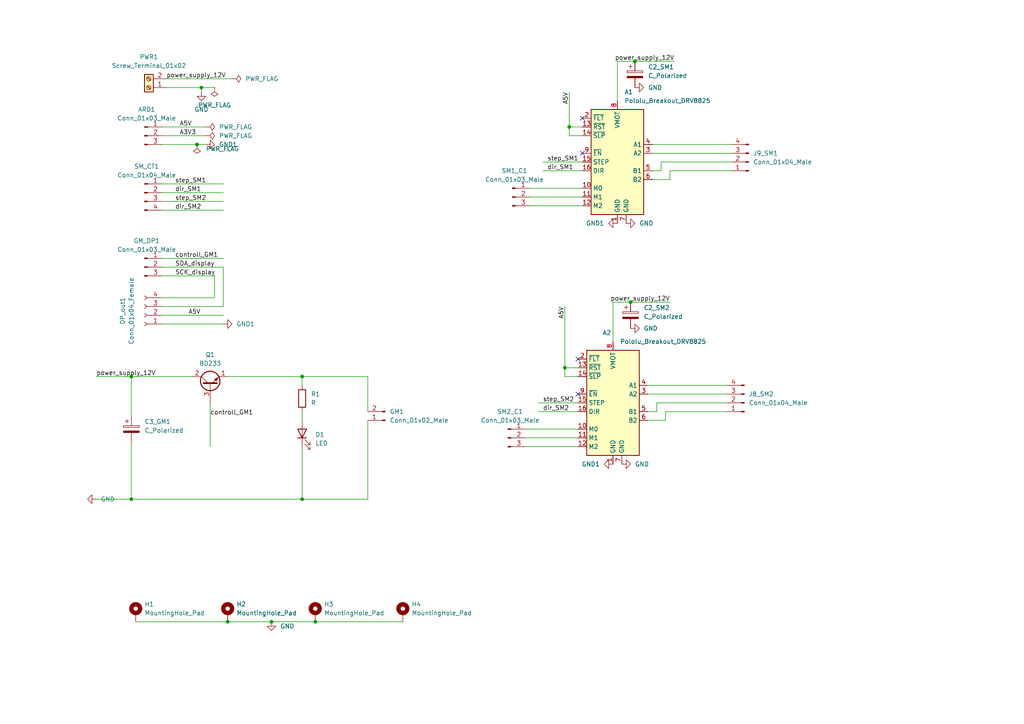
<source format=kicad_sch>
(kicad_sch (version 20211123) (generator eeschema)
  (paper "A4")
  (lib_symbols
    (symbol "Connector:Conn_01x02_Male" (pin_names (offset 1.016) hide)
      (property "Reference" "J" (at 0 2.54 0))
      (property "Value" "Conn_01x02_Male" (at 0 -5.08 0))
      (symbol "Conn_01x02_Male_1_1"
        (polyline (pts (xy 1.27 -2.54) (xy 0.8636 -2.54)) (stroke (width 0.1524)))
        (polyline (pts (xy 1.27 0) (xy 0.8636 0)) (stroke (width 0.1524)))
        (rectangle (start 0.8636 -2.413) (end 0 -2.667) (stroke (width 0.1524)) (fill (type outline)))
        (rectangle (start 0.8636 0.127) (end 0 -0.127) (stroke (width 0.1524)) (fill (type outline)))
        (pin passive line (at 5.08 0 180) (length 3.81) (name "Pin_1") (number "1"))
        (pin passive line (at 5.08 -2.54 180) (length 3.81) (name "Pin_2") (number "2"))
      )
    )
    (symbol "Connector:Conn_01x03_Male" (pin_names (offset 1.016) hide)
      (property "Reference" "J" (at 0 5.08 0))
      (property "Value" "Conn_01x03_Male" (at 0 -5.08 0))
      (symbol "Conn_01x03_Male_1_1"
        (polyline (pts (xy 1.27 -2.54) (xy 0.8636 -2.54)) (stroke (width 0.1524)))
        (polyline (pts (xy 1.27 0) (xy 0.8636 0)) (stroke (width 0.1524)))
        (polyline (pts (xy 1.27 2.54) (xy 0.8636 2.54)) (stroke (width 0.1524)))
        (rectangle (start 0.8636 -2.413) (end 0 -2.667) (stroke (width 0.1524)) (fill (type outline)))
        (rectangle (start 0.8636 0.127) (end 0 -0.127) (stroke (width 0.1524)) (fill (type outline)))
        (rectangle (start 0.8636 2.667) (end 0 2.413) (stroke (width 0.1524)) (fill (type outline)))
        (pin passive line (at 5.08 2.54 180) (length 3.81) (name "Pin_1") (number "1"))
        (pin passive line (at 5.08 0 180) (length 3.81) (name "Pin_2") (number "2"))
        (pin passive line (at 5.08 -2.54 180) (length 3.81) (name "Pin_3") (number "3"))
      )
    )
    (symbol "Connector:Conn_01x04_Female" (pin_names (offset 1.016) hide)
      (property "Reference" "J" (at 0 5.08 0))
      (property "Value" "Conn_01x04_Female" (at 0 -7.62 0))
      (symbol "Conn_01x04_Female_1_1"
        (arc (start 0 -4.572) (mid -0.508 -5.08) (end 0 -5.588) (stroke (width 0.1524)))
        (arc (start 0 -2.032) (mid -0.508 -2.54) (end 0 -3.048) (stroke (width 0.1524)))
        (polyline (pts (xy -1.27 -5.08) (xy -0.508 -5.08)) (stroke (width 0.1524)))
        (polyline (pts (xy -1.27 -2.54) (xy -0.508 -2.54)) (stroke (width 0.1524)))
        (polyline (pts (xy -1.27 0) (xy -0.508 0)) (stroke (width 0.1524)))
        (polyline (pts (xy -1.27 2.54) (xy -0.508 2.54)) (stroke (width 0.1524)))
        (arc (start 0 0.508) (mid -0.508 0) (end 0 -0.508) (stroke (width 0.1524)))
        (arc (start 0 3.048) (mid -0.508 2.54) (end 0 2.032) (stroke (width 0.1524)))
        (pin passive line (at -5.08 2.54 0) (length 3.81) (name "Pin_1") (number "1"))
        (pin passive line (at -5.08 0 0) (length 3.81) (name "Pin_2") (number "2"))
        (pin passive line (at -5.08 -2.54 0) (length 3.81) (name "Pin_3") (number "3"))
        (pin passive line (at -5.08 -5.08 0) (length 3.81) (name "Pin_4") (number "4"))
      )
    )
    (symbol "Connector:Conn_01x04_Male" (pin_names (offset 1.016) hide)
      (property "Reference" "J" (at 0 5.08 0))
      (property "Value" "Conn_01x04_Male" (at 0 -7.62 0))
      (symbol "Conn_01x04_Male_1_1"
        (polyline (pts (xy 1.27 -5.08) (xy 0.8636 -5.08)) (stroke (width 0.1524)))
        (polyline (pts (xy 1.27 -2.54) (xy 0.8636 -2.54)) (stroke (width 0.1524)))
        (polyline (pts (xy 1.27 0) (xy 0.8636 0)) (stroke (width 0.1524)))
        (polyline (pts (xy 1.27 2.54) (xy 0.8636 2.54)) (stroke (width 0.1524)))
        (rectangle (start 0.8636 -4.953) (end 0 -5.207) (stroke (width 0.1524)) (fill (type outline)))
        (rectangle (start 0.8636 -2.413) (end 0 -2.667) (stroke (width 0.1524)) (fill (type outline)))
        (rectangle (start 0.8636 0.127) (end 0 -0.127) (stroke (width 0.1524)) (fill (type outline)))
        (rectangle (start 0.8636 2.667) (end 0 2.413) (stroke (width 0.1524)) (fill (type outline)))
        (pin passive line (at 5.08 2.54 180) (length 3.81) (name "Pin_1") (number "1"))
        (pin passive line (at 5.08 0 180) (length 3.81) (name "Pin_2") (number "2"))
        (pin passive line (at 5.08 -2.54 180) (length 3.81) (name "Pin_3") (number "3"))
        (pin passive line (at 5.08 -5.08 180) (length 3.81) (name "Pin_4") (number "4"))
      )
    )
    (symbol "Connector:Screw_Terminal_01x02" (pin_names (offset 1.016) hide)
      (property "Reference" "J" (at 0 2.54 0))
      (property "Value" "Screw_Terminal_01x02" (at 0 -5.08 0))
      (symbol "Screw_Terminal_01x02_1_1"
        (rectangle (start -1.27 1.27) (end 1.27 -3.81) (stroke (width 0.254)) (fill (type background)))
        (circle (center 0 -2.54) (radius 0.635) (stroke (width 0.1524)))
        (polyline (pts (xy -0.5334 -2.2098) (xy 0.3302 -3.048)) (stroke (width 0.1524)))
        (polyline (pts (xy -0.5334 0.3302) (xy 0.3302 -0.508)) (stroke (width 0.1524)))
        (polyline (pts (xy -0.3556 -2.032) (xy 0.508 -2.8702)) (stroke (width 0.1524)))
        (polyline (pts (xy -0.3556 0.508) (xy 0.508 -0.3302)) (stroke (width 0.1524)))
        (circle (center 0 0) (radius 0.635) (stroke (width 0.1524)))
        (pin passive line (at -5.08 0 0) (length 3.81) (name "Pin_1") (number "1"))
        (pin passive line (at -5.08 -2.54 0) (length 3.81) (name "Pin_2") (number "2"))
      )
    )
    (symbol "Device:C_Polarized" (pin_numbers hide) (pin_names (offset 0.254))
      (property "Reference" "C" (at 0.635 2.54 0))
      (property "Value" "C_Polarized" (at 0.635 -2.54 0))
      (symbol "C_Polarized_0_1"
        (rectangle (start -2.286 0.508) (end 2.286 1.016))
        (polyline (pts (xy -1.778 2.286) (xy -0.762 2.286)))
        (polyline (pts (xy -1.27 2.794) (xy -1.27 1.778)))
        (rectangle (start 2.286 -0.508) (end -2.286 -1.016) (fill (type outline)))
      )
      (symbol "C_Polarized_1_1"
        (pin passive line (at 0 3.81 270) (length 2.794) (name "~") (number "1"))
        (pin passive line (at 0 -3.81 90) (length 2.794) (name "~") (number "2"))
      )
    )
    (symbol "Device:LED" (pin_numbers hide) (pin_names (offset 1.016) hide)
      (property "Reference" "D" (at 0 2.54 0))
      (property "Value" "LED" (at 0 -2.54 0))
      (symbol "LED_0_1"
        (polyline (pts (xy -1.27 -1.27) (xy -1.27 1.27)) (stroke (width 0.254)))
        (polyline (pts (xy -1.27 0) (xy 1.27 0)))
        (polyline (pts (xy 1.27 -1.27) (xy 1.27 1.27) (xy -1.27 0) (xy 1.27 -1.27)) (stroke (width 0.254)))
        (polyline (pts (xy -3.048 -0.762) (xy -4.572 -2.286) (xy -3.81 -2.286) (xy -4.572 -2.286) (xy -4.572 -1.524)))
        (polyline (pts (xy -1.778 -0.762) (xy -3.302 -2.286) (xy -2.54 -2.286) (xy -3.302 -2.286) (xy -3.302 -1.524)))
      )
      (symbol "LED_1_1"
        (pin passive line (at -3.81 0 0) (length 2.54) (name "K") (number "1"))
        (pin passive line (at 3.81 0 180) (length 2.54) (name "A") (number "2"))
      )
    )
    (symbol "Device:R" (pin_numbers hide) (pin_names (offset 0))
      (property "Reference" "R" (at 2.032 0 90))
      (property "Value" "R" (at 0 0 90))
      (symbol "R_0_1"
        (rectangle (start -1.016 -2.54) (end 1.016 2.54) (stroke (width 0.254)))
      )
      (symbol "R_1_1"
        (pin passive line (at 0 3.81 270) (length 1.27) (name "~") (number "1"))
        (pin passive line (at 0 -3.81 90) (length 1.27) (name "~") (number "2"))
      )
    )
    (symbol "Driver_Motor:Pololu_Breakout_DRV8825"
      (property "Reference" "A" (at -2.54 16.51 0))
      (property "Value" "Pololu_Breakout_DRV8825" (at -2.54 13.97 0))
      (symbol "Pololu_Breakout_DRV8825_0_1"
        (rectangle (start 7.62 -17.78) (end -7.62 12.7) (stroke (width 0.254)) (fill (type background)))
      )
      (symbol "Pololu_Breakout_DRV8825_1_1"
        (pin power_in line (at 0 -20.32 90) (length 2.54) (name "GND") (number "1"))
        (pin input line (at -10.16 -10.16 0) (length 2.54) (name "M0") (number "10"))
        (pin input line (at -10.16 -12.7 0) (length 2.54) (name "M1") (number "11"))
        (pin input line (at -10.16 -15.24 0) (length 2.54) (name "M2") (number "12"))
        (pin input line (at -10.16 7.62 0) (length 2.54) (name "~{RST}") (number "13"))
        (pin input line (at -10.16 5.08 0) (length 2.54) (name "~{SLP}") (number "14"))
        (pin input line (at -10.16 -2.54 0) (length 2.54) (name "STEP") (number "15"))
        (pin input line (at -10.16 -5.08 0) (length 2.54) (name "DIR") (number "16"))
        (pin output line (at -10.16 10.16 0) (length 2.54) (name "~{FLT}") (number "2"))
        (pin output line (at 10.16 0 180) (length 2.54) (name "A2") (number "3"))
        (pin output line (at 10.16 2.54 180) (length 2.54) (name "A1") (number "4"))
        (pin output line (at 10.16 -5.08 180) (length 2.54) (name "B1") (number "5"))
        (pin output line (at 10.16 -7.62 180) (length 2.54) (name "B2") (number "6"))
        (pin power_in line (at 2.54 -20.32 90) (length 2.54) (name "GND") (number "7"))
        (pin power_in line (at 0 15.24 270) (length 2.54) (name "VMOT") (number "8"))
        (pin input line (at -10.16 0 0) (length 2.54) (name "~{EN}") (number "9"))
      )
    )
    (symbol "Mechanical:MountingHole_Pad" (pin_numbers hide) (pin_names (offset 1.016) hide)
      (property "Reference" "H" (at 0 6.35 0))
      (property "Value" "MountingHole_Pad" (at 0 4.445 0))
      (symbol "MountingHole_Pad_0_1"
        (circle (center 0 1.27) (radius 1.27) (stroke (width 1.27)))
      )
      (symbol "MountingHole_Pad_1_1"
        (pin input line (at 0 -2.54 90) (length 2.54) (name "1") (number "1"))
      )
    )
    (symbol "Transistor_BJT:BD233" (pin_names (offset 0) hide)
      (property "Reference" "Q" (at 5.08 1.905 0))
      (property "Value" "BD233" (at 5.08 0 0))
      (symbol "BD233_0_1"
        (polyline (pts (xy 0 0) (xy 0.635 0)))
        (polyline (pts (xy 2.54 -2.54) (xy 0.635 -0.635)))
        (polyline (pts (xy 2.54 2.54) (xy 0.635 0.635)))
        (polyline (pts (xy 0.635 1.905) (xy 0.635 -1.905) (xy 0.635 -1.905)) (stroke (width 0.508)) (fill (type outline)))
        (polyline (pts (xy 1.2446 -1.778) (xy 1.7526 -1.27) (xy 2.286 -2.286) (xy 1.2446 -1.778) (xy 1.2446 -1.778)) (fill (type outline)))
        (circle (center 1.27 0) (radius 2.8194) (stroke (width 0.3048)))
      )
      (symbol "BD233_1_1"
        (pin passive line (at 2.54 -5.08 90) (length 2.54) (name "E") (number "1"))
        (pin passive line (at 2.54 5.08 270) (length 2.54) (name "C") (number "2"))
        (pin input line (at -5.08 0 0) (length 5.08) (name "B") (number "3"))
      )
    )
    (symbol "power:GND" (power) (pin_names (offset 0))
      (property "Value" "GND" (at 0 -3.81 0))
      (symbol "GND_0_1"
        (polyline (pts (xy 0 0) (xy 0 -1.27) (xy 1.27 -1.27) (xy 0 -2.54) (xy -1.27 -1.27) (xy 0 -1.27)))
      )
      (symbol "GND_1_1"
        (pin power_in line (at 0 0 270) (length 0) hide (name "GND") (number "1"))
      )
    )
    (symbol "power:GND1" (power) (pin_names (offset 0))
      (property "Value" "GND1" (at 0 -3.81 0))
      (symbol "GND1_0_1"
        (polyline (pts (xy 0 0) (xy 0 -1.27) (xy 1.27 -1.27) (xy 0 -2.54) (xy -1.27 -1.27) (xy 0 -1.27)))
      )
      (symbol "GND1_1_1"
        (pin power_in line (at 0 0 270) (length 0) hide (name "GND1") (number "1"))
      )
    )
    (symbol "power:PWR_FLAG" (power) (pin_numbers hide) (pin_names (offset 0) hide)
      (property "Value" "PWR_FLAG" (at 0 3.81 0))
      (symbol "PWR_FLAG_0_0"
        (pin power_out line (at 0 0 90) (length 0) (name "pwr") (number "1"))
      )
      (symbol "PWR_FLAG_0_1"
        (polyline (pts (xy 0 0) (xy 0 1.27) (xy -1.016 1.905) (xy 0 2.54) (xy 1.016 1.905) (xy 0 1.27)))
      )
    )
  )
  (junction (at 163.83 106.68))
  (junction (at 58.42 25.4))
  (junction (at 182.88 87.63))
  (junction (at 57.15 41.91))
  (junction (at 38.1 144.78))
  (junction (at 78.74 180.34))
  (junction (at 38.1 109.22))
  (junction (at 184.15 17.78))
  (junction (at 87.63 109.22))
  (junction (at 165.1 36.83))
  (junction (at 87.63 144.78))
  (junction (at 91.44 180.34))
  (junction (at 66.04 180.34))
  (no_connect (at 168.91 44.45))
  (no_connect (at 167.64 114.3))
  (no_connect (at 168.91 34.29))
  (no_connect (at 167.64 104.14))
  (wire (pts (xy 106.68 121.92) (xy 106.68 144.78)))
  (wire (pts (xy 46.99 86.36) (xy 62.23 86.36)))
  (wire (pts (xy 163.83 106.68) (xy 163.83 109.22)))
  (wire (pts (xy 62.23 86.36) (xy 62.23 80.01)))
  (wire (pts (xy 191.77 46.99) (xy 212.09 46.99)))
  (wire (pts (xy 163.83 106.68) (xy 167.64 106.68)))
  (wire (pts (xy 46.99 91.44) (xy 64.77 91.44)))
  (wire (pts (xy 191.77 46.99) (xy 191.77 49.53)))
  (wire (pts (xy 189.23 41.91) (xy 212.09 41.91)))
  (wire (pts (xy 64.77 88.9) (xy 46.99 88.9)))
  (wire (pts (xy 165.1 26.67) (xy 165.1 36.83)))
  (wire (pts (xy 157.48 49.53) (xy 168.91 49.53)))
  (wire (pts (xy 87.63 119.38) (xy 87.63 121.92)))
  (wire (pts (xy 57.15 41.91) (xy 59.69 41.91)))
  (wire (pts (xy 87.63 111.76) (xy 87.63 109.22)))
  (wire (pts (xy 106.68 109.22) (xy 106.68 119.38)))
  (wire (pts (xy 46.99 39.37) (xy 59.69 39.37)))
  (wire (pts (xy 182.88 87.63) (xy 177.8 87.63)))
  (wire (pts (xy 66.04 180.34) (xy 78.74 180.34)))
  (wire (pts (xy 38.1 144.78) (xy 38.1 128.27)))
  (wire (pts (xy 48.26 25.4) (xy 58.42 25.4)))
  (wire (pts (xy 156.21 119.38) (xy 167.64 119.38)))
  (wire (pts (xy 184.15 17.78) (xy 195.58 17.78)))
  (wire (pts (xy 190.5 116.84) (xy 210.82 116.84)))
  (wire (pts (xy 156.21 116.84) (xy 167.64 116.84)))
  (wire (pts (xy 190.5 119.38) (xy 187.96 119.38)))
  (wire (pts (xy 184.15 17.78) (xy 179.07 17.78)))
  (wire (pts (xy 193.04 121.92) (xy 187.96 121.92)))
  (wire (pts (xy 46.99 53.34) (xy 64.77 53.34)))
  (wire (pts (xy 153.67 54.61) (xy 168.91 54.61)))
  (wire (pts (xy 152.4 129.54) (xy 167.64 129.54)))
  (wire (pts (xy 153.67 57.15) (xy 168.91 57.15)))
  (wire (pts (xy 194.31 49.53) (xy 194.31 52.07)))
  (wire (pts (xy 165.1 36.83) (xy 168.91 36.83)))
  (wire (pts (xy 87.63 109.22) (xy 106.68 109.22)))
  (wire (pts (xy 193.04 119.38) (xy 210.82 119.38)))
  (wire (pts (xy 46.99 41.91) (xy 57.15 41.91)))
  (wire (pts (xy 182.88 87.63) (xy 194.31 87.63)))
  (wire (pts (xy 87.63 129.54) (xy 87.63 144.78)))
  (wire (pts (xy 190.5 116.84) (xy 190.5 119.38)))
  (wire (pts (xy 165.1 39.37) (xy 168.91 39.37)))
  (wire (pts (xy 191.77 49.53) (xy 189.23 49.53)))
  (wire (pts (xy 165.1 36.83) (xy 165.1 39.37)))
  (wire (pts (xy 46.99 74.93) (xy 64.77 74.93)))
  (wire (pts (xy 46.99 36.83) (xy 59.69 36.83)))
  (wire (pts (xy 46.99 60.96) (xy 64.77 60.96)))
  (wire (pts (xy 163.83 88.9) (xy 163.83 106.68)))
  (wire (pts (xy 179.07 17.78) (xy 179.07 29.21)))
  (wire (pts (xy 64.77 77.47) (xy 64.77 88.9)))
  (wire (pts (xy 27.94 144.78) (xy 38.1 144.78)))
  (wire (pts (xy 87.63 109.22) (xy 66.04 109.22)))
  (wire (pts (xy 78.74 180.34) (xy 91.44 180.34)))
  (wire (pts (xy 58.42 25.4) (xy 58.42 26.67)))
  (wire (pts (xy 38.1 144.78) (xy 87.63 144.78)))
  (wire (pts (xy 91.44 180.34) (xy 116.84 180.34)))
  (wire (pts (xy 187.96 111.76) (xy 210.82 111.76)))
  (wire (pts (xy 46.99 80.01) (xy 62.23 80.01)))
  (wire (pts (xy 153.67 59.69) (xy 168.91 59.69)))
  (wire (pts (xy 38.1 109.22) (xy 38.1 120.65)))
  (wire (pts (xy 60.96 116.84) (xy 60.96 129.54)))
  (wire (pts (xy 46.99 58.42) (xy 64.77 58.42)))
  (wire (pts (xy 38.1 109.22) (xy 55.88 109.22)))
  (wire (pts (xy 27.94 109.22) (xy 38.1 109.22)))
  (wire (pts (xy 152.4 127) (xy 167.64 127)))
  (wire (pts (xy 48.26 22.86) (xy 67.31 22.86)))
  (wire (pts (xy 177.8 87.63) (xy 177.8 99.06)))
  (wire (pts (xy 189.23 44.45) (xy 212.09 44.45)))
  (wire (pts (xy 163.83 109.22) (xy 167.64 109.22)))
  (wire (pts (xy 194.31 52.07) (xy 189.23 52.07)))
  (wire (pts (xy 187.96 114.3) (xy 210.82 114.3)))
  (wire (pts (xy 58.42 25.4) (xy 62.23 25.4)))
  (wire (pts (xy 46.99 77.47) (xy 64.77 77.47)))
  (wire (pts (xy 46.99 93.98) (xy 64.77 93.98)))
  (wire (pts (xy 152.4 124.46) (xy 167.64 124.46)))
  (wire (pts (xy 157.48 46.99) (xy 168.91 46.99)))
  (wire (pts (xy 194.31 49.53) (xy 212.09 49.53)))
  (wire (pts (xy 106.68 144.78) (xy 87.63 144.78)))
  (wire (pts (xy 46.99 55.88) (xy 64.77 55.88)))
  (wire (pts (xy 39.37 180.34) (xy 66.04 180.34)))
  (wire (pts (xy 193.04 119.38) (xy 193.04 121.92)))
  (label "A5V" (at 165.1 26.67 270))
  (label "A3V3" (at 52.07 39.37 0))
  (label "power_supply_12V" (at 195.58 17.78 180))
  (label "SDA_display" (at 50.8 77.47 0))
  (label "controll_GM1" (at 60.96 120.65 0))
  (label "SCK_display" (at 50.8 80.01 0))
  (label "power_supply_12V" (at 48.26 22.86 0))
  (label "step_SM2" (at 157.48 116.84 0))
  (label "controll_GM1" (at 50.8 74.93 0))
  (label "dir_SM2" (at 50.8 60.96 0))
  (label "dir_SM2" (at 157.48 119.38 0))
  (label "step_SM1" (at 158.75 46.99 0))
  (label "step_SM2" (at 50.8 58.42 0))
  (label "A5V" (at 54.61 91.44 0))
  (label "A5V" (at 52.07 36.83 0))
  (label "step_SM1" (at 50.8 53.34 0))
  (label "A5V" (at 163.83 88.9 270))
  (label "dir_SM1" (at 50.8 55.88 0))
  (label "dir_SM1" (at 158.75 49.53 0))
  (label "power_supply_12V" (at 194.31 87.63 180))
  (label "power_supply_12V" (at 27.94 109.22 0))
  (symbol (lib_id "power:GND") (at 180.34 134.62 90) (unit 1)
    (property "Reference" "#PWR0101" (effects hide))
    (property "Value" "GND" (at 184.15 134.6199 90) (effects (justify right)))
  )
  (symbol (lib_id "Mechanical:MountingHole_Pad") (at 39.37 177.8 0) (unit 1)
    (property "Reference" "H1" (at 41.91 175.2599 0) (effects (justify left)))
    (property "Value" "MountingHole_Pad" (at 41.91 177.7999 0) (effects (justify left)))
    (property "Footprint" "MountingHole:MountingHole_3.2mm_M3_Pad" (effects hide))
  )
  (symbol (lib_id "power:PWR_FLAG") (at 57.15 41.91 180) (unit 1)
    (property "Reference" "#FLG0104" (effects hide))
    (property "Value" "PWR_FLAG" (at 59.69 43.1799 0) (effects (justify right)))
  )
  (symbol (lib_id "power:GND1") (at 64.77 93.98 90) (unit 1)
    (property "Reference" "#PWR0107" (effects hide))
    (property "Value" "GND1" (at 68.58 93.9799 90) (effects (justify right)))
  )
  (symbol (lib_id "power:GND") (at 184.15 25.4 90) (unit 1)
    (property "Reference" "#PWR0110" (effects hide))
    (property "Value" "GND" (at 187.96 25.3999 90) (effects (justify right)))
  )
  (symbol (lib_id "Connector:Conn_01x04_Female") (at 41.91 91.44 180) (unit 1)
    (property "Reference" "DP_out1" (at 35.56 90.17 90))
    (property "Value" "Conn_01x04_Female" (at 38.1 90.17 90))
    (property "Footprint" "Connector_PinSocket_2.54mm:PinSocket_1x04_P2.54mm_Horizontal" (effects hide))
  )
  (symbol (lib_id "Connector:Screw_Terminal_01x02") (at 43.18 25.4 180) (unit 1)
    (property "Reference" "PWR1" (at 43.18 16.51 0))
    (property "Value" "Screw_Terminal_01x02" (at 43.18 19.05 0))
    (property "Footprint" "TerminalBlock:TerminalBlock_bornier-2_P5.08mm" (effects hide))
  )
  (symbol (lib_id "power:PWR_FLAG") (at 59.69 36.83 270) (unit 1)
    (property "Reference" "#FLG0102" (effects hide))
    (property "Value" "PWR_FLAG" (at 63.5 36.8299 90) (effects (justify left)))
  )
  (symbol (lib_id "power:PWR_FLAG") (at 67.31 22.86 270) (unit 1)
    (property "Reference" "#FLG0101" (effects hide))
    (property "Value" "PWR_FLAG" (at 71.12 22.8599 90) (effects (justify left)))
  )
  (symbol (lib_id "power:GND1") (at 59.69 41.91 90) (unit 1)
    (property "Reference" "#PWR0106" (effects hide))
    (property "Value" "GND1" (at 63.5 41.9099 90) (effects (justify right)))
  )
  (symbol (lib_id "Connector:Conn_01x03_Male") (at 41.91 77.47 0) (unit 1)
    (property "Reference" "GM_DP1" (at 42.545 69.85 0))
    (property "Value" "Conn_01x03_Male" (at 42.545 72.39 0))
    (property "Footprint" "Connector_PinHeader_2.54mm:PinHeader_1x03_P2.54mm_Horizontal" (effects hide))
  )
  (symbol (lib_id "Connector:Conn_01x04_Male") (at 41.91 55.88 0) (unit 1)
    (property "Reference" "SM_CT1" (at 42.545 48.26 0))
    (property "Value" "Conn_01x04_Male" (at 42.545 50.8 0))
    (property "Footprint" "Connector_PinHeader_2.54mm:PinHeader_1x04_P2.54mm_Horizontal" (effects hide))
  )
  (symbol (lib_id "Mechanical:MountingHole_Pad") (at 116.84 177.8 0) (unit 1)
    (property "Reference" "H4" (at 119.38 175.2599 0) (effects (justify left)))
    (property "Value" "MountingHole_Pad" (at 119.38 177.7999 0) (effects (justify left)))
    (property "Footprint" "MountingHole:MountingHole_3.2mm_M3_Pad" (effects hide))
  )
  (symbol (lib_id "power:GND1") (at 177.8 134.62 270) (unit 1)
    (property "Reference" "#PWR0104" (effects hide))
    (property "Value" "GND1" (at 173.99 134.6199 90) (effects (justify right)))
  )
  (symbol (lib_id "power:PWR_FLAG") (at 59.69 39.37 270) (unit 1)
    (property "Reference" "#FLG0103" (effects hide))
    (property "Value" "PWR_FLAG" (at 63.5 39.3699 90) (effects (justify left)))
  )
  (symbol (lib_id "Connector:Conn_01x03_Male") (at 147.32 127 0) (unit 1)
    (property "Reference" "SM2_C1" (at 147.955 119.38 0))
    (property "Value" "Conn_01x03_Male" (at 147.955 121.92 0))
    (property "Footprint" "Connector_PinHeader_2.54mm:PinHeader_1x03_P2.54mm_Vertical" (effects hide))
  )
  (symbol (lib_id "Driver_Motor:Pololu_Breakout_DRV8825") (at 179.07 44.45 0) (unit 1)
    (property "Reference" "A1" (at 181.0894 26.67 0) (effects (justify left)))
    (property "Value" "Pololu_Breakout_DRV8825" (at 181.0894 29.21 0) (effects (justify left)))
    (property "Footprint" "Module:Pololu_Breakout-16_15.2x20.3mm" (effects hide))
    (property "Datasheet" "https://www.pololu.com/product/2982" (effects hide))
  )
  (symbol (lib_id "Device:LED") (at 87.63 125.73 90) (unit 1)
    (property "Reference" "D1" (at 91.44 126.0474 90) (effects (justify right)))
    (property "Value" "LED" (at 91.44 128.5874 90) (effects (justify right)))
    (property "Footprint" "LED_THT:LED_D5.0mm" (effects hide))
  )
  (symbol (lib_id "Mechanical:MountingHole_Pad") (at 91.44 177.8 0) (unit 1)
    (property "Reference" "H3" (at 93.98 175.2599 0) (effects (justify left)))
    (property "Value" "MountingHole_Pad" (at 93.98 177.7999 0) (effects (justify left)))
    (property "Footprint" "MountingHole:MountingHole_3.2mm_M3_Pad" (effects hide))
  )
  (symbol (lib_id "Connector:Conn_01x03_Male") (at 148.59 57.15 0) (unit 1)
    (property "Reference" "SM1_C1" (at 149.225 49.53 0))
    (property "Value" "Conn_01x03_Male" (at 149.225 52.07 0))
    (property "Footprint" "Connector_PinHeader_2.54mm:PinHeader_1x03_P2.54mm_Vertical" (effects hide))
  )
  (symbol (lib_id "power:GND") (at 78.74 180.34 0) (unit 1)
    (property "Reference" "#PWR0108" (effects hide))
    (property "Value" "GND" (at 81.28 181.6099 0) (effects (justify left)))
  )
  (symbol (lib_id "Mechanical:MountingHole_Pad") (at 66.04 177.8 0) (unit 1)
    (property "Reference" "H2" (at 68.58 175.2599 0) (effects (justify left)))
    (property "Value" "MountingHole_Pad" (at 68.58 177.7999 0) (effects (justify left)))
    (property "Footprint" "MountingHole:MountingHole_3.2mm_M3_Pad" (effects hide))
  )
  (symbol (lib_id "Driver_Motor:Pololu_Breakout_DRV8825") (at 177.8 114.3 0) (unit 1)
    (property "Reference" "A2" (at 174.7394 96.52 0) (effects (justify left)))
    (property "Value" "Pololu_Breakout_DRV8825" (at 179.8194 99.06 0) (effects (justify left)))
    (property "Footprint" "Module:Pololu_Breakout-16_15.2x20.3mm" (effects hide))
    (property "Datasheet" "https://www.pololu.com/product/2982" (effects hide))
  )
  (symbol (lib_id "power:GND") (at 181.61 64.77 90) (unit 1)
    (property "Reference" "#PWR0103" (effects hide))
    (property "Value" "GND" (at 185.42 64.7699 90) (effects (justify right)))
  )
  (symbol (lib_id "power:GND1") (at 179.07 64.77 270) (unit 1)
    (property "Reference" "#PWR0105" (effects hide))
    (property "Value" "GND1" (at 175.26 64.7699 90) (effects (justify right)))
  )
  (symbol (lib_id "power:GND") (at 27.94 144.78 270) (unit 1)
    (property "Reference" "#PWR0111" (effects hide))
    (property "Value" "GND" (at 29.21 144.7799 90) (effects (justify left)))
  )
  (symbol (lib_id "Transistor_BJT:BD233") (at 60.96 111.76 90) (unit 1)
    (property "Reference" "Q1" (at 60.96 102.87 90))
    (property "Value" "BD233" (at 60.96 105.41 90))
    (property "Footprint" "Package_TO_SOT_THT:TO-126-3_Vertical" (effects hide))
    (property "Datasheet" "https://media.digikey.com/pdf/Data%20Sheets/Micro%20Commercial%20PDFs/BD233,235,237.pdf" (effects hide))
  )
  (symbol (lib_id "Device:C_Polarized") (at 184.15 21.59 0) (unit 1)
    (property "Reference" "C2_SM1" (at 187.96 19.4309 0) (effects (justify left)))
    (property "Value" "C_Polarized" (at 187.96 21.9709 0) (effects (justify left)))
    (property "Footprint" "Capacitor_THT:CP_Radial_D5.0mm_P2.00mm" (effects hide))
  )
  (symbol (lib_id "Connector:Conn_01x04_Male") (at 215.9 116.84 180) (unit 1)
    (property "Reference" "J8_SM2" (at 217.17 114.2999 0) (effects (justify right)))
    (property "Value" "Conn_01x04_Male" (at 217.17 116.8399 0) (effects (justify right)))
    (property "Footprint" "Connector_PinHeader_2.54mm:PinHeader_1x04_P2.54mm_Horizontal" (effects hide))
  )
  (symbol (lib_id "Device:C_Polarized") (at 182.88 91.44 0) (unit 1)
    (property "Reference" "C2_SM2" (at 186.69 89.2809 0) (effects (justify left)))
    (property "Value" "C_Polarized" (at 186.69 91.8209 0) (effects (justify left)))
    (property "Footprint" "Capacitor_THT:CP_Radial_D5.0mm_P2.00mm" (effects hide))
  )
  (symbol (lib_id "Connector:Conn_01x02_Male") (at 111.76 121.92 180) (unit 1)
    (property "Reference" "GM1" (at 113.03 119.3799 0) (effects (justify right)))
    (property "Value" "Conn_01x02_Male" (at 113.03 121.9199 0) (effects (justify right)))
    (property "Footprint" "Connector_PinHeader_2.54mm:PinHeader_1x02_P2.54mm_Horizontal" (effects hide))
  )
  (symbol (lib_id "Connector:Conn_01x03_Male") (at 41.91 39.37 0) (unit 1)
    (property "Reference" "ARD1" (at 42.545 31.75 0))
    (property "Value" "Conn_01x03_Male" (at 42.545 34.29 0))
    (property "Footprint" "Connector_PinHeader_2.54mm:PinHeader_1x03_P2.54mm_Horizontal" (effects hide))
  )
  (symbol (lib_id "power:PWR_FLAG") (at 62.23 25.4 180) (unit 1)
    (property "Reference" "#FLG0105" (effects hide))
    (property "Value" "PWR_FLAG" (at 62.23 30.48 0))
  )
  (symbol (lib_id "power:GND") (at 182.88 95.25 90) (unit 1)
    (property "Reference" "#PWR0109" (effects hide))
    (property "Value" "GND" (at 186.69 95.2499 90) (effects (justify right)))
  )
  (symbol (lib_id "Connector:Conn_01x04_Male") (at 217.17 46.99 180) (unit 1)
    (property "Reference" "J9_SM1" (at 218.44 44.4499 0) (effects (justify right)))
    (property "Value" "Conn_01x04_Male" (at 218.44 46.9899 0) (effects (justify right)))
    (property "Footprint" "Connector_PinHeader_2.54mm:PinHeader_1x04_P2.54mm_Horizontal" (effects hide))
  )
  (symbol (lib_id "power:GND") (at 58.42 26.67 0) (unit 1)
    (property "Reference" "#PWR0102" (effects hide))
    (property "Value" "GND" (at 58.42 31.75 0))
  )
  (symbol (lib_id "Device:C_Polarized") (at 38.1 124.46 0) (unit 1)
    (property "Reference" "C3_GM1" (at 41.91 122.3009 0) (effects (justify left)))
    (property "Value" "C_Polarized" (at 41.91 124.8409 0) (effects (justify left)))
    (property "Footprint" "Capacitor_THT:CP_Radial_D5.0mm_P2.00mm" (effects hide))
  )
  (symbol (lib_id "Device:R") (at 87.63 115.57 0) (unit 1)
    (property "Reference" "R1" (at 90.17 114.2999 0) (effects (justify left)))
    (property "Value" "R" (at 90.17 116.8399 0) (effects (justify left)))
    (property "Footprint" "Resistor_THT:R_Axial_DIN0204_L3.6mm_D1.6mm_P1.90mm_Vertical" (effects hide))
  )
)
</source>
